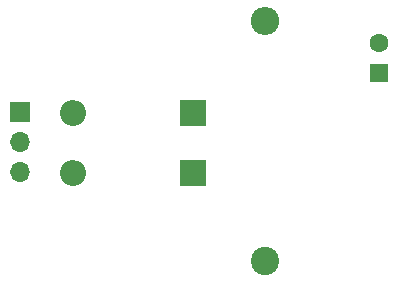
<source format=gbr>
%TF.GenerationSoftware,KiCad,Pcbnew,(6.0.9)*%
%TF.CreationDate,2023-03-03T16:49:01+05:30*%
%TF.ProjectId,CTFWR,43544657-522e-46b6-9963-61645f706362,V0.1*%
%TF.SameCoordinates,Original*%
%TF.FileFunction,Soldermask,Bot*%
%TF.FilePolarity,Negative*%
%FSLAX46Y46*%
G04 Gerber Fmt 4.6, Leading zero omitted, Abs format (unit mm)*
G04 Created by KiCad (PCBNEW (6.0.9)) date 2023-03-03 16:49:01*
%MOMM*%
%LPD*%
G01*
G04 APERTURE LIST*
%ADD10R,1.600000X1.600000*%
%ADD11C,1.600000*%
%ADD12R,1.700000X1.700000*%
%ADD13O,1.700000X1.700000*%
%ADD14R,2.200000X2.200000*%
%ADD15O,2.200000X2.200000*%
%ADD16O,2.400000X2.400000*%
%ADD17C,2.400000*%
G04 APERTURE END LIST*
D10*
%TO.C,C1*%
X58000000Y-49800000D03*
D11*
X58000000Y-47300000D03*
%TD*%
D12*
%TO.C,J1*%
X27600000Y-53175000D03*
D13*
X27600000Y-55715000D03*
X27600000Y-58255000D03*
%TD*%
D14*
%TO.C,D2*%
X42300000Y-58300000D03*
D15*
X32140000Y-58300000D03*
%TD*%
D14*
%TO.C,D1*%
X42300000Y-53200000D03*
D15*
X32140000Y-53200000D03*
%TD*%
D16*
%TO.C,R1*%
X48400000Y-45440000D03*
D17*
X48400000Y-65760000D03*
%TD*%
M02*

</source>
